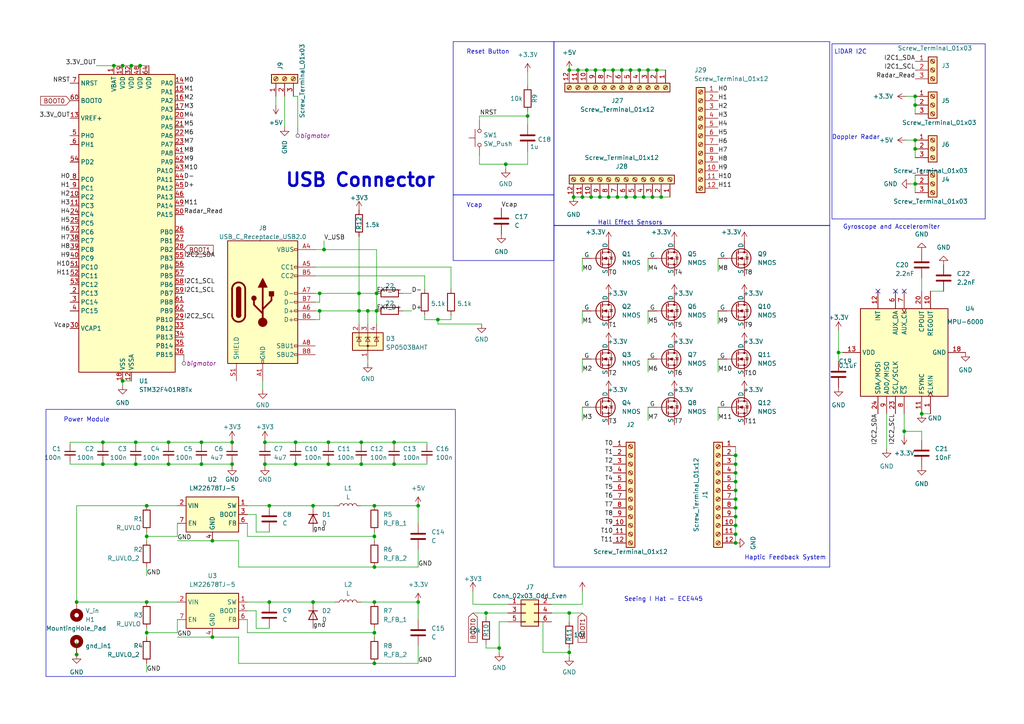
<source format=kicad_sch>
(kicad_sch (version 20230121) (generator eeschema)
  (paper "A4")
  (junction (at 90.805 174.625))
  (junction (at 173.99 57.15))
  (junction (at 165.1 177.8))
  (junction (at 22.225 174.625))
  (junction (at 213.36 157.48))
  (junction (at 166.37 57.15))
  (junction (at 92.71 85.09))
  (junction (at 35.56 110.49))
  (junction (at 189.23 57.15))
  (junction (at 90.805 146.685))
  (junction (at 67.31 128.27))
  (junction (at 184.15 57.15))
  (junction (at 38.1 19.05))
  (junction (at 39.37 134.62))
  (junction (at 179.07 57.15))
  (junction (at 104.14 85.09))
  (junction (at 213.36 139.7))
  (junction (at 167.64 20.32))
  (junction (at 127 92.71))
  (junction (at 153.035 33.655))
  (junction (at 76.835 128.27))
  (junction (at 42.545 155.575))
  (junction (at 58.42 128.27))
  (junction (at 42.545 183.515))
  (junction (at 78.105 174.625))
  (junction (at 78.105 146.685))
  (junction (at 104.14 90.17))
  (junction (at 265.43 40.64))
  (junction (at 42.545 146.685))
  (junction (at 186.69 57.15))
  (junction (at 109.22 85.09))
  (junction (at 140.97 177.8))
  (junction (at 58.42 134.62))
  (junction (at 190.5 20.32))
  (junction (at 187.96 20.32))
  (junction (at 181.61 57.15))
  (junction (at 92.71 90.17))
  (junction (at 109.22 90.17))
  (junction (at 114.3 128.27))
  (junction (at 106.68 90.17))
  (junction (at 48.895 134.62))
  (junction (at 85.725 128.27))
  (junction (at 121.285 146.685))
  (junction (at 213.36 149.86))
  (junction (at 121.285 174.625))
  (junction (at 146.685 47.625))
  (junction (at 177.8 20.32))
  (junction (at 265.43 27.94))
  (junction (at 39.37 128.27))
  (junction (at 108.585 192.405))
  (junction (at 85.725 134.62))
  (junction (at 176.53 57.15))
  (junction (at 213.36 147.32))
  (junction (at 191.77 57.15))
  (junction (at 108.585 183.515))
  (junction (at 180.34 20.32))
  (junction (at 213.36 134.62))
  (junction (at 61.595 156.845))
  (junction (at 267.335 120.015))
  (junction (at 243.205 102.235))
  (junction (at 213.36 132.08))
  (junction (at 40.64 19.05))
  (junction (at 165.1 189.23))
  (junction (at 108.585 155.575))
  (junction (at 144.78 187.96))
  (junction (at 172.72 20.32))
  (junction (at 93.98 72.39))
  (junction (at 213.36 144.78))
  (junction (at 213.36 152.4))
  (junction (at 22.225 189.865))
  (junction (at 213.36 137.16))
  (junction (at 165.1 20.32))
  (junction (at 213.36 142.24))
  (junction (at 108.585 174.625))
  (junction (at 168.91 57.15))
  (junction (at 35.56 19.05))
  (junction (at 104.775 128.27))
  (junction (at 182.88 20.32))
  (junction (at 114.3 134.62))
  (junction (at 104.775 134.62))
  (junction (at 265.43 43.18))
  (junction (at 67.31 134.62))
  (junction (at 61.595 184.785))
  (junction (at 108.585 164.465))
  (junction (at 48.895 128.27))
  (junction (at 29.845 134.62))
  (junction (at 171.45 57.15))
  (junction (at 265.43 53.34))
  (junction (at 108.585 146.685))
  (junction (at 262.255 125.095))
  (junction (at 95.25 128.27))
  (junction (at 170.18 20.32))
  (junction (at 213.36 154.94))
  (junction (at 29.845 128.27))
  (junction (at 175.26 20.32))
  (junction (at 76.835 134.62))
  (junction (at 95.25 134.62))
  (junction (at 265.43 30.48))
  (junction (at 33.02 19.05))
  (junction (at 185.42 20.32))
  (junction (at 42.545 174.625))
  (no_connect (at 262.255 84.455))
  (no_connect (at 259.715 84.455))
  (no_connect (at 254.635 84.455))
  (wire (pts (xy 67.31 128.27) (xy 58.42 128.27)))
  (wire (pts (xy 67.31 134.62) (xy 67.31 133.985)))
  (wire (pts (xy 85.725 128.27) (xy 95.25 128.27)))
  (wire (pts (xy 92.71 85.09) (xy 104.14 85.09)))
  (wire (pts (xy 168.91 74.93) (xy 168.91 78.74)))
  (wire (pts (xy 78.105 154.305) (xy 74.295 154.305)))
  (wire (pts (xy 267.335 120.015) (xy 269.875 120.015)))
  (wire (pts (xy 48.895 128.905) (xy 48.895 128.27)))
  (wire (pts (xy 104.775 174.625) (xy 108.585 174.625)))
  (wire (pts (xy 121.285 146.685) (xy 121.285 151.765)))
  (wire (pts (xy 108.585 146.685) (xy 121.285 146.685)))
  (wire (pts (xy 262.89 27.94) (xy 265.43 27.94)))
  (wire (pts (xy 109.22 72.39) (xy 109.22 85.09)))
  (wire (pts (xy 140.97 186.69) (xy 140.97 187.96)))
  (wire (pts (xy 139.065 34.925) (xy 139.065 33.655)))
  (wire (pts (xy 208.28 74.93) (xy 208.28 78.74)))
  (wire (pts (xy 29.845 128.27) (xy 20.32 128.27)))
  (wire (pts (xy 157.48 189.23) (xy 165.1 189.23)))
  (wire (pts (xy 179.07 57.15) (xy 181.61 57.15)))
  (wire (pts (xy 146.685 47.625) (xy 146.685 48.895)))
  (wire (pts (xy 92.71 90.17) (xy 104.14 90.17)))
  (wire (pts (xy 153.035 47.625) (xy 146.685 47.625)))
  (wire (pts (xy 82.55 36.83) (xy 82.55 27.94)))
  (wire (pts (xy 104.775 134.62) (xy 114.3 134.62)))
  (wire (pts (xy 140.97 187.96) (xy 144.78 187.96)))
  (wire (pts (xy 186.69 57.15) (xy 189.23 57.15)))
  (wire (pts (xy 20.32 128.27) (xy 20.32 128.905)))
  (wire (pts (xy 40.64 19.05) (xy 43.18 19.05)))
  (wire (pts (xy 91.44 72.39) (xy 93.98 72.39)))
  (wire (pts (xy 76.835 135.255) (xy 76.835 134.62)))
  (wire (pts (xy 95.25 133.985) (xy 95.25 134.62)))
  (wire (pts (xy 153.035 33.655) (xy 153.035 36.195)))
  (wire (pts (xy 106.68 104.14) (xy 106.68 105.41)))
  (wire (pts (xy 262.89 40.64) (xy 265.43 40.64)))
  (wire (pts (xy 208.28 90.17) (xy 208.28 93.98)))
  (wire (pts (xy 267.335 80.645) (xy 267.335 84.455)))
  (wire (pts (xy 139.065 45.085) (xy 139.065 47.625)))
  (wire (pts (xy 123.825 134.62) (xy 123.825 133.985)))
  (wire (pts (xy 22.225 146.685) (xy 42.545 146.685)))
  (wire (pts (xy 39.37 133.985) (xy 39.37 134.62)))
  (wire (pts (xy 51.435 156.845) (xy 61.595 156.845)))
  (wire (pts (xy 243.205 102.235) (xy 244.475 102.235)))
  (wire (pts (xy 76.835 128.27) (xy 76.835 128.905)))
  (wire (pts (xy 69.215 192.405) (xy 69.215 184.785)))
  (wire (pts (xy 67.31 128.27) (xy 67.31 128.905)))
  (wire (pts (xy 265.43 30.48) (xy 265.43 33.02)))
  (wire (pts (xy 123.825 128.27) (xy 123.825 128.905)))
  (wire (pts (xy 42.545 183.515) (xy 42.545 184.785)))
  (wire (pts (xy 114.3 133.985) (xy 114.3 134.62)))
  (wire (pts (xy 137.16 177.8) (xy 140.97 177.8)))
  (wire (pts (xy 91.44 92.71) (xy 92.71 92.71)))
  (wire (pts (xy 48.895 128.27) (xy 39.37 128.27)))
  (wire (pts (xy 91.44 77.47) (xy 130.81 77.47)))
  (wire (pts (xy 42.545 183.515) (xy 51.435 183.515)))
  (wire (pts (xy 108.585 174.625) (xy 121.285 174.625)))
  (wire (pts (xy 153.035 43.815) (xy 153.035 47.625)))
  (wire (pts (xy 76.835 134.62) (xy 85.725 134.62)))
  (wire (pts (xy 104.775 133.985) (xy 104.775 134.62)))
  (wire (pts (xy 127 92.71) (xy 127 93.98)))
  (wire (pts (xy 165.1 189.23) (xy 165.1 190.5)))
  (wire (pts (xy 121.285 187.325) (xy 121.285 192.405)))
  (wire (pts (xy 74.295 149.225) (xy 71.755 149.225)))
  (wire (pts (xy 265.43 50.8) (xy 265.43 53.34)))
  (wire (pts (xy 208.28 104.14) (xy 208.28 107.95)))
  (wire (pts (xy 108.585 182.245) (xy 108.585 183.515)))
  (wire (pts (xy 182.88 20.32) (xy 185.42 20.32)))
  (wire (pts (xy 208.28 118.11) (xy 208.28 121.92)))
  (wire (pts (xy 74.295 182.245) (xy 74.295 177.165)))
  (wire (pts (xy 39.37 134.62) (xy 29.845 134.62)))
  (wire (pts (xy 42.545 164.465) (xy 42.545 167.005)))
  (wire (pts (xy 95.25 128.905) (xy 95.25 128.27)))
  (wire (pts (xy 185.42 20.32) (xy 187.96 20.32)))
  (wire (pts (xy 39.37 128.27) (xy 29.845 128.27)))
  (wire (pts (xy 173.99 57.15) (xy 176.53 57.15)))
  (wire (pts (xy 74.295 177.165) (xy 71.755 177.165)))
  (wire (pts (xy 168.91 118.11) (xy 168.91 121.92)))
  (wire (pts (xy 127 93.98) (xy 139.7 93.98)))
  (wire (pts (xy 130.81 77.47) (xy 130.81 83.82)))
  (wire (pts (xy 78.105 182.245) (xy 74.295 182.245)))
  (wire (pts (xy 160.02 180.34) (xy 157.48 180.34)))
  (wire (pts (xy 22.225 186.055) (xy 22.225 189.865)))
  (wire (pts (xy 39.37 128.905) (xy 39.37 128.27)))
  (wire (pts (xy 42.545 192.405) (xy 42.545 194.945)))
  (wire (pts (xy 104.14 85.09) (xy 104.14 90.17)))
  (wire (pts (xy 144.78 180.34) (xy 147.32 180.34)))
  (wire (pts (xy 265.43 27.94) (xy 265.43 30.48)))
  (wire (pts (xy 67.31 134.62) (xy 58.42 134.62)))
  (wire (pts (xy 33.02 19.05) (xy 35.56 19.05)))
  (wire (pts (xy 137.16 175.26) (xy 137.16 171.45)))
  (wire (pts (xy 71.755 183.515) (xy 108.585 183.515)))
  (wire (pts (xy 160.02 177.8) (xy 165.1 177.8)))
  (wire (pts (xy 69.215 164.465) (xy 69.215 156.845)))
  (wire (pts (xy 108.585 154.305) (xy 108.585 155.575)))
  (wire (pts (xy 213.36 144.78) (xy 213.36 142.24)))
  (wire (pts (xy 165.1 177.8) (xy 168.91 177.8)))
  (wire (pts (xy 22.225 174.625) (xy 42.545 174.625)))
  (wire (pts (xy 123.19 91.44) (xy 123.19 92.71)))
  (wire (pts (xy 139.065 47.625) (xy 146.685 47.625)))
  (wire (pts (xy 116.84 90.17) (xy 119.38 90.17)))
  (wire (pts (xy 104.775 128.905) (xy 104.775 128.27)))
  (wire (pts (xy 257.175 120.015) (xy 257.175 130.175)))
  (wire (pts (xy 86.36 36.83) (xy 86.36 27.94)))
  (wire (pts (xy 121.285 174.625) (xy 121.285 179.705)))
  (wire (pts (xy 114.3 128.905) (xy 114.3 128.27)))
  (wire (pts (xy 144.78 180.34) (xy 144.78 187.96)))
  (wire (pts (xy 93.98 72.39) (xy 93.98 69.85)))
  (wire (pts (xy 85.725 134.62) (xy 95.25 134.62)))
  (wire (pts (xy 108.585 192.405) (xy 121.285 192.405)))
  (wire (pts (xy 93.98 72.39) (xy 109.22 72.39)))
  (wire (pts (xy 140.97 177.8) (xy 140.97 179.07)))
  (wire (pts (xy 130.81 92.71) (xy 127 92.71)))
  (wire (pts (xy 58.42 133.985) (xy 58.42 134.62)))
  (wire (pts (xy 262.255 125.095) (xy 262.255 126.365)))
  (wire (pts (xy 264.16 53.34) (xy 265.43 53.34)))
  (wire (pts (xy 166.37 57.15) (xy 168.91 57.15)))
  (wire (pts (xy 265.43 53.34) (xy 265.43 55.88)))
  (wire (pts (xy 86.36 27.94) (xy 85.09 27.94)))
  (wire (pts (xy 213.36 137.16) (xy 213.36 134.62)))
  (wire (pts (xy 58.42 134.62) (xy 48.895 134.62)))
  (wire (pts (xy 95.25 128.27) (xy 104.775 128.27)))
  (wire (pts (xy 90.805 146.685) (xy 97.155 146.685)))
  (wire (pts (xy 91.44 80.01) (xy 123.19 80.01)))
  (wire (pts (xy 61.595 184.785) (xy 69.215 184.785)))
  (wire (pts (xy 153.035 32.385) (xy 153.035 33.655)))
  (wire (pts (xy 213.36 134.62) (xy 213.36 132.08)))
  (wire (pts (xy 106.68 90.17) (xy 106.68 93.98)))
  (wire (pts (xy 177.8 20.32) (xy 180.34 20.32)))
  (wire (pts (xy 48.895 134.62) (xy 39.37 134.62)))
  (wire (pts (xy 71.755 179.705) (xy 71.755 183.515)))
  (wire (pts (xy 213.36 152.4) (xy 213.36 149.86)))
  (wire (pts (xy 147.32 177.8) (xy 140.97 177.8)))
  (wire (pts (xy 108.585 183.515) (xy 108.585 184.785)))
  (wire (pts (xy 90.805 174.625) (xy 97.155 174.625)))
  (wire (pts (xy 184.15 57.15) (xy 186.69 57.15)))
  (wire (pts (xy 29.845 128.905) (xy 29.845 128.27)))
  (wire (pts (xy 42.545 154.305) (xy 42.545 155.575)))
  (wire (pts (xy 123.19 92.71) (xy 127 92.71)))
  (wire (pts (xy 71.755 155.575) (xy 108.585 155.575)))
  (wire (pts (xy 114.3 128.27) (xy 123.825 128.27)))
  (wire (pts (xy 187.96 74.93) (xy 187.96 78.74)))
  (wire (pts (xy 213.36 142.24) (xy 213.36 139.7)))
  (wire (pts (xy 71.755 151.765) (xy 71.755 155.575)))
  (wire (pts (xy 76.835 134.62) (xy 76.835 133.985)))
  (wire (pts (xy 67.31 135.255) (xy 67.31 134.62)))
  (wire (pts (xy 80.01 27.94) (xy 80.01 30.48)))
  (wire (pts (xy 42.545 182.245) (xy 42.545 183.515)))
  (wire (pts (xy 243.205 102.235) (xy 243.205 104.775)))
  (wire (pts (xy 262.255 120.015) (xy 262.255 125.095)))
  (wire (pts (xy 213.36 132.08) (xy 213.36 129.54)))
  (wire (pts (xy 76.835 128.27) (xy 85.725 128.27)))
  (wire (pts (xy 181.61 57.15) (xy 184.15 57.15)))
  (wire (pts (xy 71.755 174.625) (xy 78.105 174.625)))
  (wire (pts (xy 67.31 127.635) (xy 67.31 128.27)))
  (wire (pts (xy 78.105 174.625) (xy 90.805 174.625)))
  (wire (pts (xy 104.14 85.09) (xy 109.22 85.09)))
  (wire (pts (xy 29.845 133.985) (xy 29.845 134.62)))
  (wire (pts (xy 213.36 154.94) (xy 213.36 152.4)))
  (wire (pts (xy 76.2 110.49) (xy 76.2 113.03)))
  (wire (pts (xy 168.91 90.17) (xy 168.91 93.98)))
  (wire (pts (xy 91.44 85.09) (xy 92.71 85.09)))
  (wire (pts (xy 104.775 128.27) (xy 114.3 128.27)))
  (wire (pts (xy 187.96 20.32) (xy 190.5 20.32)))
  (wire (pts (xy 42.545 155.575) (xy 51.435 155.575)))
  (wire (pts (xy 104.775 146.685) (xy 108.585 146.685)))
  (wire (pts (xy 190.5 20.32) (xy 193.04 20.32)))
  (wire (pts (xy 153.035 20.955) (xy 153.035 24.765)))
  (wire (pts (xy 74.295 154.305) (xy 74.295 149.225)))
  (wire (pts (xy 137.16 175.26) (xy 147.32 175.26)))
  (wire (pts (xy 165.1 20.32) (xy 167.64 20.32)))
  (wire (pts (xy 187.96 118.11) (xy 187.96 121.92)))
  (wire (pts (xy 109.22 90.17) (xy 106.68 90.17)))
  (wire (pts (xy 20.32 134.62) (xy 20.32 133.985)))
  (wire (pts (xy 123.19 80.01) (xy 123.19 83.82)))
  (wire (pts (xy 48.895 133.985) (xy 48.895 134.62)))
  (wire (pts (xy 22.225 174.625) (xy 22.225 146.685)))
  (wire (pts (xy 91.44 90.17) (xy 92.71 90.17)))
  (wire (pts (xy 175.26 20.32) (xy 177.8 20.32)))
  (wire (pts (xy 51.435 184.785) (xy 61.595 184.785)))
  (wire (pts (xy 165.1 187.96) (xy 165.1 189.23)))
  (wire (pts (xy 92.71 87.63) (xy 92.71 85.09)))
  (wire (pts (xy 69.215 164.465) (xy 108.585 164.465)))
  (wire (pts (xy 29.845 134.62) (xy 20.32 134.62)))
  (wire (pts (xy 189.23 57.15) (xy 191.77 57.15)))
  (wire (pts (xy 69.215 192.405) (xy 108.585 192.405)))
  (wire (pts (xy 51.435 155.575) (xy 51.435 151.765)))
  (wire (pts (xy 191.77 57.15) (xy 194.31 57.15)))
  (wire (pts (xy 167.64 20.32) (xy 170.18 20.32)))
  (wire (pts (xy 35.56 110.49) (xy 38.1 110.49)))
  (wire (pts (xy 116.84 85.09) (xy 119.38 85.09)))
  (wire (pts (xy 35.56 19.05) (xy 38.1 19.05)))
  (wire (pts (xy 91.44 87.63) (xy 92.71 87.63)))
  (wire (pts (xy 104.14 68.58) (xy 104.14 85.09)))
  (wire (pts (xy 104.14 90.17) (xy 106.68 90.17)))
  (wire (pts (xy 172.72 20.32) (xy 175.26 20.32)))
  (wire (pts (xy 121.285 159.385) (xy 121.285 164.465)))
  (wire (pts (xy 180.34 20.32) (xy 182.88 20.32)))
  (wire (pts (xy 85.725 128.905) (xy 85.725 128.27)))
  (wire (pts (xy 51.435 183.515) (xy 51.435 179.705)))
  (wire (pts (xy 168.91 175.26) (xy 168.91 171.45)))
  (wire (pts (xy 35.56 110.49) (xy 35.56 111.76)))
  (wire (pts (xy 168.91 104.14) (xy 168.91 107.95)))
  (wire (pts (xy 262.255 125.095) (xy 267.335 125.095)))
  (wire (pts (xy 213.36 157.48) (xy 213.36 154.94)))
  (wire (pts (xy 38.1 19.05) (xy 40.64 19.05)))
  (wire (pts (xy 114.3 134.62) (xy 123.825 134.62)))
  (wire (pts (xy 42.545 146.685) (xy 51.435 146.685)))
  (wire (pts (xy 108.585 155.575) (xy 108.585 156.845)))
  (wire (pts (xy 265.43 43.18) (xy 265.43 40.64)))
  (wire (pts (xy 176.53 57.15) (xy 179.07 57.15)))
  (wire (pts (xy 187.96 90.17) (xy 187.96 93.98)))
  (wire (pts (xy 78.105 146.685) (xy 90.805 146.685)))
  (wire (pts (xy 139.065 33.655) (xy 153.035 33.655)))
  (wire (pts (xy 109.22 85.09) (xy 109.22 90.17)))
  (wire (pts (xy 85.725 133.985) (xy 85.725 134.62)))
  (wire (pts (xy 71.755 146.685) (xy 78.105 146.685)))
  (wire (pts (xy 108.585 164.465) (xy 121.285 164.465)))
  (wire (pts (xy 104.14 90.17) (xy 104.14 93.98)))
  (wire (pts (xy 76.835 127.635) (xy 76.835 128.27)))
  (wire (pts (xy 187.96 104.14) (xy 187.96 107.95)))
  (wire (pts (xy 42.545 155.575) (xy 42.545 156.845)))
  (wire (pts (xy 213.36 147.32) (xy 213.36 144.78)))
  (wire (pts (xy 160.02 175.26) (xy 168.91 175.26)))
  (wire (pts (xy 61.595 156.845) (xy 69.215 156.845)))
  (wire (pts (xy 58.42 128.27) (xy 48.895 128.27)))
  (wire (pts (xy 58.42 128.905) (xy 58.42 128.27)))
  (wire (pts (xy 170.18 20.32) (xy 172.72 20.32)))
  (wire (pts (xy 165.1 177.8) (xy 165.1 180.34)))
  (wire (pts (xy 95.25 134.62) (xy 104.775 134.62)))
  (wire (pts (xy 267.335 125.095) (xy 267.335 127.635)))
  (wire (pts (xy 92.71 90.17) (xy 92.71 92.71)))
  (wire (pts (xy 171.45 57.15) (xy 173.99 57.15)))
  (wire (pts (xy 109.22 90.17) (xy 109.22 93.98)))
  (wire (pts (xy 42.545 174.625) (xy 51.435 174.625)))
  (wire (pts (xy 144.78 187.96) (xy 144.78 189.23)))
  (wire (pts (xy 265.43 43.18) (xy 265.43 45.72)))
  (wire (pts (xy 243.205 95.885) (xy 243.205 102.235)))
  (wire (pts (xy 213.36 139.7) (xy 213.36 137.16)))
  (wire (pts (xy 157.48 180.34) (xy 157.48 189.23)))
  (wire (pts (xy 168.91 57.15) (xy 171.45 57.15)))
  (wire (pts (xy 269.875 84.455) (xy 273.685 84.455)))
  (wire (pts (xy 213.36 149.86) (xy 213.36 147.32)))
  (wire (pts (xy 27.94 19.05) (xy 33.02 19.05)))
  (wire (pts (xy 130.81 91.44) (xy 130.81 92.71)))
  (rectangle (start 160.655 12.065) (end 240.665 65.405))
  (rectangle (start 241.3 12.7) (end 285.75 63.5))
  (rectangle (start 13.335 118.745) (end 132.08 196.215))
  (rectangle (start 131.445 12.065) (end 160.655 56.515))
  (rectangle (start 131.445 56.515) (end 160.655 75.565))
  (rectangle (start 160.655 65.405) (end 240.665 164.465))
  (text "Seeing I Hat - ECE445\n" (at 180.975 174.625 0) (effects (font (size 1.27 1.27)) (justify left bottom)))
  (text "Power Module\n" (at 18.415 122.555 0) (effects (font (size 1.27 1.27)) (justify left bottom)))
  (text "Haptic Feedback System" (at 215.9 162.56 0) (effects (font (size 1.27 1.27)) (justify left bottom)))
  (text "Doppler Radar\n" (at 241.3 40.64 0) (effects (font (size 1.27 1.27)) (justify left bottom)))
  (text "Reset Button\n" (at 135.255 15.875 0) (effects (font (size 1.27 1.27)) (justify left bottom)))
  (text "USB Connector" (at 82.55 54.61 0) (effects (font (size 3.81 3.81) (thickness 0.762) bold) (justify left bottom)))
  (text "LiDAR I2C" (at 241.935 15.875 0) (effects (font (size 1.27 1.27)) (justify left bottom)))
  (text "Vcap" (at 135.255 60.325 0) (effects (font (size 1.27 1.27)) (justify left bottom)))
  (text "Hall Effect Sensors" (at 173.355 65.405 0) (effects (font (size 1.27 1.27)) (justify left bottom)))
  (text "Gyroscope and Acceleromiter" (at 244.475 66.675 0) (effects (font (size 1.27 1.27)) (justify left bottom)))
  (label "I2C2_SCL" (at 259.715 120.015 270))
  (label "T2" (at 176.53 109.22 0))
  (label "H10" (at 20.32 77.47 180))
  (label "M1" (at 168.91 93.98 0))
  (label "H8" (at 208.28 46.99 0))
  (label "D+" (at 119.38 90.17 0))
  (label "I2C1_SCL" (at 53.34 82.55 0))
  (label "M10" (at 208.28 107.95 0))
  (label "M11" (at 53.34 59.69 0))
  (label "EXT_D+" (at 109.22 90.17 0))
  (label "I2C1_SDA" (at 265.43 17.78 180))
  (label "GND" (at 51.435 156.845 0))
  (label "Radar_Read" (at 53.34 62.23 0))
  (label "H9" (at 208.28 49.53 0))
  (label "M0" (at 53.34 24.13 0))
  (label "H4" (at 208.28 36.83 0))
  (label "GND" (at 121.285 192.405 0))
  (label "M7" (at 187.96 121.92 0))
  (label "GND" (at 42.545 194.945 0))
  (label "gnd" (at 90.805 182.245 0))
  (label "H1" (at 20.32 54.61 180))
  (label "M5" (at 53.34 36.83 0))
  (label "M2" (at 53.34 29.21 0))
  (label "H9" (at 20.32 74.93 180))
  (label "gnd" (at 90.805 154.305 0))
  (label "3.3V_OUT" (at 27.94 19.05 180))
  (label "T7" (at 177.8 147.32 180))
  (label "H6" (at 208.28 41.91 0))
  (label "NRST" (at 144.145 33.655 180))
  (label "M0" (at 168.91 78.74 0))
  (label "H2" (at 20.32 57.15 180))
  (label "T1" (at 177.8 132.08 180))
  (label "M2" (at 168.91 107.95 0))
  (label "M8" (at 208.28 78.74 0))
  (label "T8" (at 177.8 149.86 180))
  (label "I2C1_SCL" (at 53.34 85.09 0))
  (label "I2C2_SCL" (at 53.34 92.71 0))
  (label "T3" (at 176.53 123.19 0))
  (label "T6" (at 195.58 109.22 0))
  (label "T6" (at 177.8 144.78 180))
  (label "M4" (at 53.34 34.29 0))
  (label "M8" (at 53.34 44.45 0))
  (label "T1" (at 176.53 95.25 0))
  (label "D-" (at 119.38 85.09 0))
  (label "D+" (at 53.34 54.61 0))
  (label "GND" (at 42.545 167.005 0))
  (label "H11" (at 208.28 54.61 0))
  (label "H2" (at 208.28 31.75 0))
  (label "H3" (at 208.28 34.29 0))
  (label "T5" (at 177.8 142.24 180))
  (label "M11" (at 208.28 121.92 0))
  (label "M6" (at 187.96 107.95 0))
  (label "I2C2_SDA" (at 53.34 74.93 0))
  (label "T10" (at 215.9 109.22 0))
  (label "H11" (at 20.32 80.01 180))
  (label "M10" (at 53.34 49.53 0))
  (label "T11" (at 177.8 157.48 180))
  (label "H5" (at 208.28 39.37 0))
  (label "H6" (at 20.32 67.31 180))
  (label "H10" (at 208.28 52.07 0))
  (label "I2C1_SCL" (at 265.43 20.32 180))
  (label "M6" (at 53.34 39.37 0))
  (label "T7" (at 195.58 123.19 0))
  (label "T4" (at 195.58 80.01 0))
  (label "GND" (at 51.435 184.785 0))
  (label "Vcap" (at 145.415 60.325 0))
  (label "I2C2_SDA" (at 254.635 120.015 270))
  (label "M4" (at 187.96 78.74 0))
  (label "M3" (at 168.91 121.92 0))
  (label "H4" (at 20.32 62.23 180))
  (label "T2" (at 177.8 134.62 180))
  (label "M7" (at 53.34 41.91 0))
  (label "GND" (at 121.285 164.465 0))
  (label "T0" (at 177.8 129.54 180))
  (label "D-" (at 53.34 52.07 0))
  (label "Radar_Read" (at 265.43 22.86 180))
  (label "H3" (at 20.32 59.69 180))
  (label "H1" (at 208.28 29.21 0))
  (label "M1" (at 53.34 26.67 0))
  (label "H7" (at 20.32 69.85 180))
  (label "H8" (at 20.32 72.39 180))
  (label "V_USB" (at 93.98 69.85 0))
  (label "T10" (at 177.8 154.94 180))
  (label "T9" (at 215.9 95.25 0))
  (label "H5" (at 20.32 64.77 180))
  (label "H7" (at 208.28 44.45 0))
  (label "T0" (at 176.53 80.01 0))
  (label "T8" (at 215.9 80.01 0))
  (label "T5" (at 195.58 95.25 0))
  (label "T3" (at 177.8 137.16 180))
  (label "H0" (at 20.32 52.07 180))
  (label "Vcap" (at 20.32 95.25 180))
  (label "H0" (at 208.28 26.67 0))
  (label "M3" (at 53.34 31.75 0))
  (label "3.3V_OUT" (at 20.32 34.29 180))
  (label "M5" (at 187.96 93.98 0))
  (label "NRST" (at 20.32 24.13 180))
  (label "T9" (at 177.8 152.4 180))
  (label "EXT_D-" (at 109.22 85.09 0))
  (label "M9" (at 53.34 46.99 0))
  (label "T11" (at 215.9 123.19 0))
  (label "T4" (at 177.8 139.7 180))
  (label "M9" (at 208.28 93.98 0))
  (global_label "BOOT0" (shape input) (at 137.16 177.8 270) (property "Intersheetrefs" "${INTERSHEET_REFS}" (effects hide)))
  (global_label "BOOT1" (shape input) (at 53.34 72.39 0) (property "Intersheetrefs" "${INTERSHEET_REFS}" (effects hide)))
  (global_label "BOOT1" (shape input) (at 168.91 177.8 270) (property "Intersheetrefs" "${INTERSHEET_REFS}" (effects hide)))
  (global_label "BOOT0" (shape input) (at 20.32 29.21 180) (property "Intersheetrefs" "${INTERSHEET_REFS}" (effects hide)))
  (netclass_flag "" (length 2.54) (shape round) (at 53.34 102.87 180) (property "Netclass" "bigmotor" (at 54.0385 105.41 0) (effects (font italic) (justify left))))
  (netclass_flag "" (length 2.54) (shape round) (at 86.36 36.83 180) (property "Netclass" "bigmotor" (at 87.0585 39.37 0) (effects (font italic) (justify left))))
  (symbol (lib_id "Device:C") (at 267.335 131.445 0) (unit 1)
    (property "Reference" "C21" (at 271.145 130.175 0) (effects (justify left)))
    (property "Value" "10nF" (at 271.145 132.715 0) (effects (justify left)))
  )
  (symbol (lib_id "power:GND") (at 165.1 190.5 0) (unit 1)
    (property "Reference" "#PWR029" (effects hide))
    (property "Value" "GND" (at 165.1 194.9434 0))
  )
  (symbol (lib_id "Device:L") (at 100.965 174.625 90) (unit 1)
    (property "Reference" "L2" (at 100.965 169.545 90))
    (property "Value" "L" (at 100.965 172.085 90))
  )
  (symbol (lib_id "Device:C") (at 78.105 150.495 0) (unit 1)
    (property "Reference" "C8" (at 81.915 149.225 0) (effects (justify left)))
    (property "Value" "C" (at 81.915 151.765 0) (effects (justify left)))
    (property "Footprint" "Capacitor_SMD:C_1210_3225Metric_Pad1.33x2.70mm_HandSolder" (effects hide))
  )
  (symbol (lib_id "Regulator_Switching:LM22678TJ-5") (at 61.595 177.165 0) (unit 1)
    (property "Reference" "U3" (at 61.595 167.005 0))
    (property "Value" "LM22678TJ-5" (at 61.595 169.545 0))
    (property "Footprint" "Package_TO_SOT_SMD:TO-263-7_TabPin8" (effects hide))
    (property "Datasheet" "https://www.ti.com/lit/ds/symlink/lm22678.pdf" (effects hide))
  )
  (symbol (lib_id "Device:R") (at 42.545 178.435 0) (unit 1)
    (property "Reference" "R3" (at 38.735 178.435 0) (effects (justify left)))
    (property "Value" "R_UVLO" (at 33.655 180.975 0) (effects (justify left)))
    (property "Footprint" "Resistor_SMD:R_1210_3225Metric_Pad1.30x2.65mm_HandSolder" (effects hide))
  )
  (symbol (lib_id "power:GND") (at 139.7 93.98 0) (unit 1)
    (property "Reference" "#PWR033" (effects hide))
    (property "Value" "GND" (at 139.7 98.4234 0))
  )
  (symbol (lib_id "Simulation_SPICE:NMOS") (at 193.04 90.17 0) (unit 1)
    (property "Reference" "Q6" (at 199.39 88.9 0) (effects (justify left)))
    (property "Value" "NMOS" (at 199.39 91.44 0) (effects (justify left)))
    (property "Datasheet" "https://ngspice.sourceforge.io/docs/ngspice-manual.pdf" (effects hide))
    (property "Sim.Device" "NMOS" (effects hide))
    (property "Sim.Type" "VDMOS" (effects hide))
    (property "Sim.Pins" "1=D 2=G 3=S" (effects hide))
  )
  (symbol (lib_id "power:+5V") (at 80.01 30.48 180) (unit 1)
    (property "Reference" "#PWR038" (effects hide))
    (property "Value" "+5V" (at 80.01 35.56 0))
  )
  (symbol (lib_id "power:GND") (at 166.37 57.15 0) (mirror y) (unit 1)
    (property "Reference" "#PWR076" (effects hide))
    (property "Value" "GND" (at 166.37 62.23 0))
  )
  (symbol (lib_id "power:+3.3V") (at 215.9 99.06 0) (unit 1)
    (property "Reference" "#PWR020" (effects hide))
    (property "Value" "+3.3V" (at 218.44 99.06 0))
  )
  (symbol (lib_id "Mechanical:MountingHole_Pad") (at 22.225 177.165 180) (unit 1)
    (property "Reference" "H1" (at 24.765 179.705 0) (effects (justify right)))
    (property "Value" "V_in" (at 24.765 177.165 0) (effects (justify right)))
  )
  (symbol (lib_id "power:GND") (at 145.415 67.945 0) (unit 1)
    (property "Reference" "#PWR09" (effects hide))
    (property "Value" "GND" (at 145.415 73.025 0))
  )
  (symbol (lib_id "Device:C_Small") (at 85.725 131.445 0) (unit 1)
    (property "Reference" "C10" (at 88.265 130.175 0) (effects (justify left)))
    (property "Value" "100n" (at 88.265 132.715 0) (effects (justify left)))
    (property "Footprint" "Capacitor_SMD:C_0402_1005Metric" (effects hide))
    (property "LCSC Part #" "C1525" (effects hide))
  )
  (symbol (lib_id "basic:C") (at 153.035 40.005 0) (unit 1)
    (property "Reference" "C18" (at 155.956 40.4388 0) (effects (justify left)))
    (property "Value" "1u" (at 153.67 42.545 0) (effects (justify left)))
    (property "Footprint" "Capacitor_SMD:C_0603_1608Metric" (effects hide))
  )
  (symbol (lib_id "power:+3.3V") (at 121.285 174.625 0) (unit 1)
    (property "Reference" "#PWR08" (effects hide))
    (property "Value" "+3.3V" (at 121.285 169.545 0))
  )
  (symbol (lib_id "Device:R") (at 108.585 150.495 0) (unit 1)
    (property "Reference" "R5" (at 111.125 149.225 0) (effects (justify left)))
    (property "Value" "R_FB_1" (at 111.125 151.765 0) (effects (justify left)))
    (property "Footprint" "Resistor_SMD:R_1210_3225Metric_Pad1.30x2.65mm_HandSolder" (effects hide))
  )
  (symbol (lib_id "Device:C_Small") (at 39.37 131.445 0) (mirror y) (unit 1)
    (property "Reference" "C3" (at 36.83 130.175 0) (effects (justify left)))
    (property "Value" "100n" (at 36.83 132.715 0) (effects (justify left)))
    (property "Footprint" "Capacitor_SMD:C_0402_1005Metric" (effects hide))
    (property "LCSC Part #" "C1525" (effects hide))
  )
  (symbol (lib_id "power:GND") (at 280.035 102.235 0) (unit 1)
    (property "Reference" "#PWR074" (effects hide))
    (property "Value" "GND" (at 280.035 107.315 0))
  )
  (symbol (lib_id "basic:R") (at 165.1 184.15 0) (unit 1)
    (property "Reference" "R11" (at 165.1 184.15 90))
    (property "Value" "10k" (at 166.37 184.15 0) (effects (justify left)))
    (property "Footprint" "Resistor_SMD:R_0603_1608Metric" (effects hide))
  )
  (symbol (lib_id "Device:C_Small") (at 114.3 131.445 0) (unit 1)
    (property "Reference" "C13" (at 116.84 130.175 0) (effects (justify left)))
    (property "Value" "100n" (at 116.84 132.715 0) (effects (justify left)))
    (property "Footprint" "Capacitor_SMD:C_0402_1005Metric" (effects hide))
    (property "LCSC Part #" "C1525" (effects hide))
  )
  (symbol (lib_id "Switch:SW_Push") (at 139.065 40.005 90) (unit 1)
    (property "Reference" "SW1" (at 140.208 39.1703 90) (effects (justify right)))
    (property "Value" "SW_Push" (at 140.208 41.7072 90) (effects (justify right)))
    (property "Footprint" "Button_Switch_SMD:SW_SPST_B3S-1000" (effects hide))
    (property "Datasheet" "https://www.digikey.com/en/products/detail/omron-electronics-inc-emc-div/B3S-1000/20686" (effects hide))
  )
  (symbol (lib_id "Device:C") (at 121.285 155.575 0) (unit 1)
    (property "Reference" "C14" (at 125.095 154.305 0) (effects (justify left)))
    (property "Value" "C" (at 125.095 156.845 0) (effects (justify left)))
  )
  (symbol (lib_id "Simulation_SPICE:NMOS") (at 213.36 118.11 0) (unit 1)
    (property "Reference" "Q12" (at 219.71 116.84 0) (effects (justify left)))
    (property "Value" "NMOS" (at 219.71 119.38 0) (effects (justify left)))
    (property "Datasheet" "https://ngspice.sourceforge.io/docs/ngspice-manual.pdf" (effects hide))
    (property "Sim.Device" "NMOS" (effects hide))
    (property "Sim.Type" "VDMOS" (effects hide))
    (property "Sim.Pins" "1=D 2=G 3=S" (effects hide))
  )
  (symbol (lib_id "Device:R") (at 108.585 160.655 0) (unit 1)
    (property "Reference" "R6" (at 111.125 159.385 0) (effects (justify left)))
    (property "Value" "R_FB_2" (at 111.125 161.925 0) (effects (justify left)))
    (property "Footprint" "Resistor_SMD:R_1210_3225Metric_Pad1.30x2.65mm_HandSolder" (effects hide))
  )
  (symbol (lib_id "power:+3V3") (at 137.16 171.45 0) (unit 1)
    (property "Reference" "#PWR02" (effects hide))
    (property "Value" "+3V3" (at 137.16 167.8742 0))
  )
  (symbol (lib_id "power:+3.3V") (at 195.58 99.06 0) (unit 1)
    (property "Reference" "#PWR016" (effects hide))
    (property "Value" "+3.3V" (at 198.12 99.06 0))
  )
  (symbol (lib_id "power:+3.3V") (at 176.53 113.03 0) (unit 1)
    (property "Reference" "#PWR023" (effects hide))
    (property "Value" "+3.3V" (at 179.07 113.03 0))
  )
  (symbol (lib_id "power:+3.3V") (at 215.9 69.85 0) (unit 1)
    (property "Reference" "#PWR018" (effects hide))
    (property "Value" "+3.3V" (at 212.09 67.31 0))
  )
  (symbol (lib_id "power:GND") (at 146.685 48.895 0) (unit 1)
    (property "Reference" "#PWR010" (effects hide))
    (property "Value" "GND" (at 146.685 53.3384 0))
  )
  (symbol (lib_id "Device:C_Small") (at 67.31 131.445 0) (mirror y) (unit 1)
    (property "Reference" "C6" (at 64.77 130.175 0) (effects (justify left)))
    (property "Value" "4u7" (at 64.77 132.715 0) (effects (justify left)))
    (property "Footprint" "Capacitor_SMD:C_0603_1608Metric" (effects hide))
    (property "LCSC Part #" "C19666" (effects hide))
  )
  (symbol (lib_id "power:+3.3V") (at 215.9 85.09 0) (unit 1)
    (property "Reference" "#PWR019" (effects hide))
    (property "Value" "+3.3V" (at 218.44 85.09 0))
  )
  (symbol (lib_id "basic:R") (at 123.19 87.63 0) (unit 1)
    (property "Reference" "R15" (effects hide))
    (property "Value" "5.1k" (at 124.968 88.0638 0) (effects (justify left)))
    (property "Footprint" "Resistor_SMD:R_0603_1608Metric" (effects hide))
  )
  (symbol (lib_id "Device:R") (at 42.545 188.595 0) (unit 1)
    (property "Reference" "R4" (at 38.735 187.325 0) (effects (justify left)))
    (property "Value" "R_UVLO_2" (at 31.115 189.865 0) (effects (justify left)))
    (property "Footprint" "Resistor_SMD:R_1210_3225Metric_Pad1.30x2.65mm_HandSolder" (effects hide))
  )
  (symbol (lib_id "Device:C_Small") (at 76.835 131.445 0) (unit 1)
    (property "Reference" "C7" (at 79.375 130.175 0) (effects (justify left)))
    (property "Value" "4u7" (at 79.375 132.715 0) (effects (justify left)))
    (property "Footprint" "Capacitor_SMD:C_0603_1608Metric" (effects hide))
    (property "LCSC Part #" "C19666" (effects hide))
  )
  (symbol (lib_id "Simulation_SPICE:NMOS") (at 213.36 74.93 0) (unit 1)
    (property "Reference" "Q9" (at 219.71 73.66 0) (effects (justify left)))
    (property "Value" "NMOS" (at 219.71 76.2 0) (effects (justify left)))
    (property "Datasheet" "https://ngspice.sourceforge.io/docs/ngspice-manual.pdf" (effects hide))
    (property "Sim.Device" "NMOS" (effects hide))
    (property "Sim.Type" "VDMOS" (effects hide))
    (property "Sim.Pins" "1=D 2=G 3=S" (effects hide))
  )
  (symbol (lib_id "Simulation_SPICE:NMOS") (at 193.04 74.93 0) (unit 1)
    (property "Reference" "Q5" (at 199.39 73.66 0) (effects (justify left)))
    (property "Value" "NMOS" (at 199.39 76.2 0) (effects (justify left)))
    (property "Datasheet" "https://ngspice.sourceforge.io/docs/ngspice-manual.pdf" (effects hide))
    (property "Sim.Device" "NMOS" (effects hide))
    (property "Sim.Type" "VDMOS" (effects hide))
    (property "Sim.Pins" "1=D 2=G 3=S" (effects hide))
  )
  (symbol (lib_id "Simulation_SPICE:NMOS") (at 193.04 104.14 0) (unit 1)
    (property "Reference" "Q7" (at 199.39 102.87 0) (effects (justify left)))
    (property "Value" "NMOS" (at 199.39 105.41 0) (effects (justify left)))
    (property "Datasheet" "https://ngspice.sourceforge.io/docs/ngspice-manual.pdf" (effects hide))
    (property "Sim.Device" "NMOS" (effects hide))
    (property "Sim.Type" "VDMOS" (effects hide))
    (property "Sim.Pins" "1=D 2=G 3=S" (effects hide))
  )
  (symbol (lib_id "Connector:Screw_Terminal_01x12") (at 203.2 39.37 0) (mirror y) (unit 1)
    (property "Reference" "J29" (at 203.2 20.32 0))
    (property "Value" "Screw_Terminal_01x12" (at 212.09 22.86 0))
  )
  (symbol (lib_id "Device:C_Small") (at 104.775 131.445 0) (unit 1)
    (property "Reference" "C12" (at 107.315 130.175 0) (effects (justify left)))
    (property "Value" "100n" (at 107.315 132.715 0) (effects (justify left)))
    (property "Footprint" "Capacitor_SMD:C_0402_1005Metric" (effects hide))
    (property "LCSC Part #" "C1525" (effects hide))
  )
  (symbol (lib_id "power:+3.3V") (at 176.53 69.85 0) (unit 1)
    (property "Reference" "#PWR013" (effects hide))
    (property "Value" "+3.3V" (at 172.72 67.31 0))
  )
  (symbol (lib_id "Mechanical:MountingHole_Pad") (at 22.225 187.325 0) (mirror y) (unit 1)
    (property "Reference" "gnd_in1" (at 24.765 187.325 0) (effects (justify right)))
    (property "Value" "MountingHole_Pad" (at 13.335 182.245 0) (effects (justify right)))
  )
  (symbol (lib_id "Connector:USB_C_Receptacle_USB2.0") (at 76.2 87.63 0) (unit 1)
    (property "Reference" "J8" (at 76.2 66.1502 0))
    (property "Value" "USB_C_Receptacle_USB2.0" (at 76.2 68.6871 0))
    (property "Footprint" "Connector_USB:USB_C_Receptacle_Amphenol_12401610E4-2A_CircularHoles" (effects hide))
    (property "Datasheet" "https://www.digikey.com/en/products/detail/amphenol-cs-commercial-products/12401610E4-2A/5775519" (effects hide))
  )
  (symbol (lib_id "Connector:Screw_Terminal_01x03") (at 270.51 43.18 0) (unit 1)
    (property "Reference" "J6" (at 273.05 41.91 0) (effects (justify left)))
    (property "Value" "Screw_Terminal_01x03" (at 259.08 49.53 0) (effects (justify left)))
  )
  (symbol (lib_id "power:+5V") (at 262.89 40.64 90) (unit 1)
    (property "Reference" "#PWR027" (effects hide))
    (property "Value" "+5V" (at 259.08 40.64 90) (effects (justify left)))
  )
  (symbol (lib_id "power:GND") (at 35.56 111.76 0) (unit 1)
    (property "Reference" "#PWR031" (effects hide))
    (property "Value" "GND" (at 35.56 116.84 0))
  )
  (symbol (lib_id "power:GND") (at 76.835 135.255 0) (unit 1)
    (property "Reference" "#PWR06" (effects hide))
    (property "Value" "GND" (at 76.835 139.065 0))
  )
  (symbol (lib_id "Device:D") (at 90.805 150.495 90) (mirror x) (unit 1)
    (property "Reference" "D1" (at 93.345 149.225 90) (effects (justify right)))
    (property "Value" "D" (at 93.345 151.765 90) (effects (justify right)))
    (property "Sim.Device" "D" (effects hide))
    (property "Sim.Pins" "1=K 2=A" (effects hide))
  )
  (symbol (lib_id "power:GND") (at 264.16 53.34 270) (unit 1)
    (property "Reference" "#PWR025" (effects hide))
    (property "Value" "GND" (at 260.35 53.34 90) (effects (justify right)))
  )
  (symbol (lib_id "Device:C_Small") (at 95.25 131.445 0) (unit 1)
    (property "Reference" "C11" (at 97.79 130.175 0) (effects (justify left)))
    (property "Value" "100n" (at 97.79 132.715 0) (effects (justify left)))
    (property "Footprint" "Capacitor_SMD:C_0402_1005Metric" (effects hide))
    (property "LCSC Part #" "C1525" (effects hide))
  )
  (symbol (lib_id "power:+3V3") (at 104.14 60.96 0) (unit 1)
    (property "Reference" "#PWR032" (effects hide))
    (property "Value" "+3V3" (at 104.14 57.3842 0))
  )
  (symbol (lib_id "Connector:Screw_Terminal_01x12") (at 180.34 25.4 270) (unit 1)
    (property "Reference" "J27" (at 179.07 29.21 90))
    (property "Value" "Screw_Terminal_01x12" (at 179.07 31.75 90))
  )
  (symbol (lib_id "STM32F4_REV2-rescue:+3.3V-power") (at 76.835 127.635 0) (unit 1)
    (property "Reference" "#PWR05" (effects hide))
    (property "Value" "+5V" (at 76.835 123.825 0))
  )
  (symbol (lib_id "Device:C") (at 145.415 64.135 0) (unit 1)
    (property "Reference" "C17" (at 149.225 62.865 0) (effects (justify left)))
    (property "Value" "C" (at 149.225 65.405 0) (effects (justify left)))
  )
  (symbol (lib_id "power:+3.3V") (at 195.58 85.09 0) (unit 1)
    (property "Reference" "#PWR015" (effects hide))
    (property "Value" "+3.3V" (at 198.12 85.09 0))
  )
  (symbol (lib_id "STM32F4_REV2-rescue:+3.3V-power") (at 67.31 127.635 0) (mirror y) (unit 1)
    (property "Reference" "#PWR03" (effects hide))
    (property "Value" "+3.3V" (at 67.31 123.825 0))
  )
  (symbol (lib_id "power:+3.3V") (at 176.53 85.09 0) (unit 1)
    (property "Reference" "#PWR021" (effects hide))
    (property "Value" "+3.3V" (at 179.07 85.09 0))
  )
  (symbol (lib_id "basic:R") (at 140.97 182.88 0) (unit 1)
    (property "Reference" "R10" (at 140.97 182.88 90))
    (property "Value" "10k" (at 135.89 182.88 0) (effects (justify left)))
    (property "Footprint" "Resistor_SMD:R_0603_1608Metric" (effects hide))
  )
  (symbol (lib_id "basic:R") (at 104.14 64.77 0) (unit 1)
    (property "Reference" "R12" (at 104.14 64.77 90))
    (property "Value" "1.5k" (at 105.918 65.2038 0) (effects (justify left)))
    (property "Footprint" "Resistor_SMD:R_0603_1608Metric" (effects hide))
  )
  (symbol (lib_id "power:GND") (at 67.31 135.255 0) (mirror y) (unit 1)
    (property "Reference" "#PWR04" (effects hide))
    (property "Value" "GND" (at 67.31 139.065 0))
  )
  (symbol (lib_id "basic:R") (at 153.035 28.575 0) (unit 1)
    (property "Reference" "R9" (at 155.067 28.575 90))
    (property "Value" "10k" (at 147.955 28.575 0) (effects (justify left)))
    (property "Footprint" "Resistor_SMD:R_0603_1608Metric" (effects hide))
  )
  (symbol (lib_id "Simulation_SPICE:NMOS") (at 193.04 118.11 0) (unit 1)
    (property "Reference" "Q8" (at 199.39 116.84 0) (effects (justify left)))
    (property "Value" "NMOS" (at 199.39 119.38 0) (effects (justify left)))
    (property "Datasheet" "https://ngspice.sourceforge.io/docs/ngspice-manual.pdf" (effects hide))
    (property "Sim.Device" "NMOS" (effects hide))
    (property "Sim.Type" "VDMOS" (effects hide))
    (property "Sim.Pins" "1=D 2=G 3=S" (effects hide))
  )
  (symbol (lib_id "Device:C") (at 243.205 108.585 0) (unit 1)
    (property "Reference" "C19" (at 243.205 104.775 0) (effects (justify left)))
    (property "Value" "0.1uF" (at 243.205 106.045 0) (effects (justify left)))
  )
  (symbol (lib_id "power:+5V") (at 165.1 20.32 0) (unit 1)
    (property "Reference" "#PWR075" (effects hide))
    (property "Value" "+5V" (at 165.1 15.24 0))
  )
  (symbol (lib_id "Device:C_Small") (at 48.895 131.445 0) (mirror y) (unit 1)
    (property "Reference" "C4" (at 46.355 130.175 0) (effects (justify left)))
    (property "Value" "100n" (at 46.355 132.715 0) (effects (justify left)))
    (property "Footprint" "Capacitor_SMD:C_0402_1005Metric" (effects hide))
    (property "LCSC Part #" "C1525" (effects hide))
  )
  (symbol (lib_id "Device:C_Small") (at 123.825 131.445 0) (unit 1)
    (property "Reference" "C16" (at 126.365 130.175 0) (effects (justify left)))
    (property "Value" "100n" (at 126.365 132.715 0) (effects (justify left)))
    (property "Footprint" "Capacitor_SMD:C_0402_1005Metric" (effects hide))
    (property "LCSC Part #" "C1525" (effects hide))
  )
  (symbol (lib_id "Sensor_Motion:MPU-6000") (at 262.255 102.235 90) (unit 1)
    (property "Reference" "U4" (at 281.305 89.535 90))
    (property "Value" "MPU-6000" (at 280.035 93.345 90))
    (property "Footprint" "Sensor_Motion:InvenSense_QFN-24_4x4mm_P0.5mm" (effects hide))
    (property "Datasheet" "https://invensense.tdk.com/wp-content/uploads/2015/02/MPU-6000-Datasheet1.pdf" (effects hide))
  )
  (symbol (lib_id "Connector:Screw_Terminal_01x03") (at 270.51 30.48 0) (unit 1)
    (property "Reference" "J5" (at 273.05 29.21 0) (effects (justify left)))
    (property "Value" "Screw_Terminal_01x03" (at 261.62 35.56 0) (effects (justify left)))
  )
  (symbol (lib_id "power:GND") (at 213.36 157.48 90) (mirror x) (unit 1)
    (property "Reference" "#PWR012" (effects hide))
    (property "Value" "GND" (at 218.44 157.48 0))
  )
  (symbol (lib_id "Simulation_SPICE:NMOS") (at 213.36 104.14 0) (unit 1)
    (property "Reference" "Q11" (at 219.71 102.87 0) (effects (justify left)))
    (property "Value" "NMOS" (at 219.71 105.41 0) (effects (justify left)))
    (property "Datasheet" "https://ngspice.sourceforge.io/docs/ngspice-manual.pdf" (effects hide))
    (property "Sim.Device" "NMOS" (effects hide))
    (property "Sim.Type" "VDMOS" (effects hide))
    (property "Sim.Pins" "1=D 2=G 3=S" (effects hide))
  )
  (symbol (lib_id "Device:R") (at 42.545 160.655 0) (unit 1)
    (property "Reference" "R2" (at 38.735 159.385 0) (effects (justify left)))
    (property "Value" "R_UVLO_2" (at 31.115 161.925 0) (effects (justify left)))
    (property "Footprint" "Resistor_SMD:R_1210_3225Metric_Pad1.30x2.65mm_HandSolder" (effects hide))
  )
  (symbol (lib_id "Device:C") (at 121.285 183.515 0) (unit 1)
    (property "Reference" "C15" (at 125.095 182.245 0) (effects (justify left)))
    (property "Value" "C" (at 125.095 184.785 0) (effects (justify left)))
  )
  (symbol (lib_id "Regulator_Switching:LM22678TJ-5") (at 61.595 149.225 0) (unit 1)
    (property "Reference" "U2" (at 61.595 139.065 0))
    (property "Value" "LM22678TJ-5" (at 61.595 141.605 0))
    (property "Footprint" "Package_TO_SOT_SMD:TO-263-7_TabPin8" (effects hide))
    (property "Datasheet" "https://www.ti.com/lit/ds/symlink/lm22678.pdf" (effects hide))
  )
  (symbol (lib_id "basic:R") (at 130.81 87.63 0) (unit 1)
    (property "Reference" "R14" (effects hide))
    (property "Value" "5.1k" (at 132.588 88.0638 0) (effects (justify left)))
    (property "Footprint" "Resistor_SMD:R_0603_1608Metric" (effects hide))
  )
  (symbol (lib_id "power:+3.3V") (at 215.9 113.03 0) (unit 1)
    (property "Reference" "#PWR024" (effects hide))
    (property "Value" "+3.3V" (at 218.44 113.03 0))
  )
  (symbol (lib_id "Power_Protection:SP0503BAHT") (at 106.68 99.06 0) (unit 1)
    (property "Reference" "D3" (at 111.887 98.2253 0) (effects (justify left)))
    (property "Value" "SP0503BAHT" (at 111.887 100.7622 0) (effects (justify left)))
    (property "Footprint" "Package_TO_SOT_SMD:SOT-143" (effects hide))
    (property "Datasheet" "http://www.littelfuse.com/~/media/files/littelfuse/technical%20resources/documents/data%20sheets/sp05xxba.pdf" (effects hide))
  )
  (symbol (lib_id "power:+3.3V") (at 176.53 99.06 0) (unit 1)
    (property "Reference" "#PWR022" (effects hide))
    (property "Value" "+3.3V" (at 179.07 99.06 0))
  )
  (symbol (lib_id "MCU_ST_STM32F4:STM32F401RBTx") (at 35.56 64.77 0) (unit 1)
    (property "Reference" "U1" (at 40.2941 110.49 0) (effects (justify left)))
    (property "Value" "STM32F401RBTx" (at 40.2941 113.03 0) (effects (justify left)))
    (property "Footprint" "Package_QFP:LQFP-64_10x10mm_P0.5mm" (effects hide))
    (property "Datasheet" "https://www.st.com/resource/en/datasheet/stm32f401rb.pdf" (effects hide))
  )
  (symbol (lib_id "power:GND") (at 267.335 73.025 180) (unit 1)
    (property "Reference" "#PWR067" (effects hide))
    (property "Value" "GND" (at 267.335 67.945 0))
  )
  (symbol (lib_id "power:GND") (at 267.335 120.015 0) (unit 1)
    (property "Reference" "#PWR068" (effects hide))
    (property "Value" "GND" (at 271.145 121.285 0))
  )
  (symbol (lib_id "Device:R") (at 108.585 188.595 0) (unit 1)
    (property "Reference" "R8" (at 111.125 187.325 0) (effects (justify left)))
    (property "Value" "R_FB_2" (at 111.125 189.865 0) (effects (justify left)))
    (property "Footprint" "Resistor_SMD:R_1210_3225Metric_Pad1.30x2.65mm_HandSolder" (effects hide))
  )
  (symbol (lib_id "Device:L") (at 100.965 146.685 90) (unit 1)
    (property "Reference" "L1" (at 100.965 141.605 90))
    (property "Value" "L" (at 100.965 144.145 90))
  )
  (symbol (lib_id "power:+3.3V") (at 262.89 27.94 90) (unit 1)
    (property "Reference" "#PWR026" (effects hide))
    (property "Value" "+3.3V" (at 259.08 27.94 90) (effects (justify left)))
  )
  (symbol (lib_id "power:GND") (at 106.68 105.41 0) (unit 1)
    (property "Reference" "#PWR034" (effects hide))
    (property "Value" "GND" (at 106.68 109.8534 0))
  )
  (symbol (lib_id "basic:R") (at 113.03 85.09 90) (unit 1)
    (property "Reference" "R13" (effects hide))
    (property "Value" "22" (at 113.03 82.9112 90))
    (property "Footprint" "Resistor_SMD:R_0603_1608Metric" (effects hide))
  )
  (symbol (lib_id "Device:D") (at 90.805 178.435 90) (mirror x) (unit 1)
    (property "Reference" "D2" (at 93.345 177.165 90) (effects (justify right)))
    (property "Value" "D" (at 93.345 179.705 90) (effects (justify right)))
    (property "Sim.Device" "D" (effects hide))
    (property "Sim.Pins" "1=K 2=A" (effects hide))
  )
  (symbol (lib_id "power:GND") (at 273.685 76.835 180) (unit 1)
    (property "Reference" "#PWR073" (effects hide))
    (property "Value" "GND" (at 273.685 71.755 0))
  )
  (symbol (lib_id "Device:C") (at 273.685 80.645 0) (unit 1)
    (property "Reference" "C22" (at 277.495 79.375 0) (effects (justify left)))
    (property "Value" "2.2nF" (at 277.495 81.915 0) (effects (justify left)))
  )
  (symbol (lib_id "Connector:Screw_Terminal_01x03") (at 82.55 22.86 90) (unit 1)
    (property "Reference" "J9" (at 81.28 20.32 0) (effects (justify left)))
    (property "Value" "Screw_Terminal_01x03" (at 87.63 34.29 0) (effects (justify left)))
  )
  (symbol (lib_id "power:+3V3") (at 168.91 171.45 0) (unit 1)
    (property "Reference" "#PWR030" (effects hide))
    (property "Value" "+3V3" (effects hide))
  )
  (symbol (lib_id "Connector:Screw_Terminal_01x03") (at 270.51 20.32 0) (unit 1)
    (property "Reference" "J3" (at 273.05 19.05 0) (effects (justify left)))
    (property "Value" "Screw_Terminal_01x03" (at 260.35 13.97 0) (effects (justify left)))
  )
  (symbol (lib_id "Device:C") (at 78.105 178.435 0) (unit 1)
    (property "Reference" "C9" (at 81.915 177.165 0) (effects (justify left)))
    (property "Value" "C" (at 81.915 179.705 0) (effects (justify left)))
    (property "Footprint" "Capacitor_SMD:C_1210_3225Metric_Pad1.33x2.70mm_HandSolder" (effects hide))
  )
  (symbol (lib_id "Device:C_Small") (at 58.42 131.445 0) (mirror y) (unit 1)
    (property "Reference" "C5" (at 55.88 130.175 0) (effects (justify left)))
    (property "Value" "100n" (at 55.88 132.715 0) (effects (justify left)))
    (property "Footprint" "Capacitor_SMD:C_0402_1005Metric" (effects hide))
    (property "LCSC Part #" "C1525" (effects hide))
  )
  (symbol (lib_id "Connector:Screw_Terminal_01x12") (at 181.61 52.07 270) (mirror x) (unit 1)
    (property "Reference" "J28" (at 180.34 48.26 90))
    (property "Value" "Screw_Terminal_01x12" (at 180.34 45.72 90))
  )
  (symbol (lib_id "Device:R") (at 108.585 178.435 0) (unit 1)
    (property "Reference" "R7" (at 111.125 177.165 0) (effects (justify left)))
    (property "Value" "R_FB_1" (at 111.125 179.705 0) (effects (justify left)))
    (property "Footprint" "Resistor_SMD:R_1210_3225Metric_Pad1.30x2.65mm_HandSolder" (effects hide))
  )
  (symbol (lib_id "power:+3.3V") (at 262.255 126.365 180) (unit 1)
    (property "Reference" "#PWR066" (effects hide))
    (property "Value" "+3.3V" (at 262.255 131.445 0))
  )
  (symbol (lib_id "power:+3.3V") (at 153.035 20.955 0) (unit 1)
    (property "Reference" "#PWR011" (effects hide))
    (property "Value" "+3.3V" (at 153.035 15.875 0))
  )
  (symbol (lib_id "power:GND") (at 82.55 36.83 0) (unit 1)
    (property "Reference" "#PWR036" (effects hide))
    (property "Value" "GND" (at 82.55 40.64 90) (effects (justify right)))
  )
  (symbol (lib_id "power:GND") (at 243.205 112.395 0) (unit 1)
    (property "Reference" "#PWR061" (effects hide))
    (property "Value" "GND" (at 243.205 117.475 0))
  )
  (symbol (lib_id "power:GND") (at 267.335 135.255 0) (unit 1)
    (property "Reference" "#PWR069" (effects hide))
    (property "Value" "GND" (at 267.335 140.335 0))
  )
  (symbol (lib_id "power:GND") (at 257.175 130.175 0) (unit 1)
    (property "Reference" "#PWR063" (effects hide))
    (property "Value" "GND" (at 257.175 135.255 0))
  )
  (symbol (lib_id "Device:C_Small") (at 20.32 131.445 0) (mirror y) (unit 1)
    (property "Reference" "C1" (at 17.78 130.175 0) (effects (justify left)))
    (property "Value" "100n" (at 17.78 132.715 0) (effects (justify left)))
    (property "Footprint" "Capacitor_SMD:C_0402_1005Metric" (effects hide))
    (property "LCSC Part #" "C1525" (effects hide))
  )
  (symbol (lib_id "Simulation_SPICE:NMOS") (at 173.99 74.93 0) (unit 1)
    (property "Reference" "Q1" (at 180.34 73.66 0) (effects (justify left)))
    (property "Value" "NMOS" (at 180.34 76.2 0) (effects (justify left)))
    (property "Datasheet" "https://ngspice.sourceforge.io/docs/ngspice-manual.pdf" (effects hide))
    (property "Sim.Device" "NMOS" (effects hide))
    (property "Sim.Type" "VDMOS" (effects hide))
    (property "Sim.Pins" "1=D 2=G 3=S" (effects hide))
  )
  (symbol (lib_id "Connector:Screw_Terminal_01x12") (at 182.88 142.24 0) (unit 1)
    (property "Reference" "J2" (at 182.88 123.19 0))
    (property "Value" "Screw_Terminal_01x12" (at 182.88 160.02 0))
  )
  (symbol (lib_id "power:GND") (at 76.2 113.03 0) (unit 1)
    (property "Reference" "#PWR035" (effects hide))
    (property "Value" "GND" (at 76.2 117.4734 0))
  )
  (symbol (lib_id "power:+3.3V") (at 243.205 95.885 0) (unit 1)
    (property "Reference" "#PWR060" (effects hide))
    (property "Value" "+3.3V" (at 243.205 92.075 0))
  )
  (symbol (lib_id "basic:R") (at 113.03 90.17 270) (unit 1)
    (property "Reference" "R16" (effects hide))
    (property "Value" "22" (at 113.03 87.9912 90))
    (property "Footprint" "Resistor_SMD:R_0603_1608Metric" (effects hide))
  )
  (symbol (lib_id "Connector_Generic:Conn_02x03_Odd_Even") (at 152.4 177.8 0) (unit 1)
    (property "Reference" "J7" (at 153.67 170.2902 0))
    (property "Value" "Conn_02x03_Odd_Even" (at 153.67 172.8271 0))
    (property "Footprint" "Connector_PinSocket_2.54mm:PinSocket_2x03_P2.54mm_Vertical" (effects hide))
  )
  (symbol (lib_id "Connector:Screw_Terminal_01x03") (at 270.51 53.34 0) (unit 1)
    (property "Reference" "J4" (at 273.05 52.07 0) (effects (justify left)))
    (property "Value" "Screw_Terminal_01x03" (at 259.08 58.42 0) (effects (justify left)))
  )
  (symbol (lib_id "Device:C_Small") (at 29.845 131.445 0) (mirror y) (unit 1)
    (property "Reference" "C2" (at 27.305 130.175 0) (effects (justify left)))
    (property "Value" "100n" (at 27.305 132.715 0) (effects (justify left)))
    (property "Footprint" "Capacitor_SMD:C_0402_1005Metric" (effects hide))
    (property "LCSC Part #" "C1525" (effects hide))
  )
  (symbol (lib_id "Device:C") (at 267.335 76.835 0) (unit 1)
    (property "Reference" "C20" (at 259.715 76.835 0) (effects (justify left)))
    (property "Value" "2.2nF" (at 259.715 79.375 0) (effects (justify left)))
  )
  (symbol (lib_id "Simulation_SPICE:NMOS") (at 213.36 90.17 0) (unit 1)
    (property "Reference" "Q10" (at 219.71 88.9 0) (effects (justify left)))
    (property "Value" "NMOS" (at 219.71 91.44 0) (effects (justify left)))
    (property "Datasheet" "https://ngspice.sourceforge.io/docs/ngspice-manual.pdf" (effects hide))
    (property "Sim.Device" "NMOS" (effects hide))
    (property "Sim.Type" "VDMOS" (effects hide))
    (property "Sim.Pins" "1=D 2=G 3=S" (effects hide))
  )
  (symbol (lib_id "power:+3.3V") (at 195.58 113.03 0) (unit 1)
    (property "Reference" "#PWR017" (effects hide))
    (property "Value" "+3.3V" (at 198.12 113.03 0))
  )
  (symbol (lib_id "power:GND") (at 144.78 189.23 0) (unit 1)
    (property "Reference" "#PWR028" (effects hide))
    (property "Value" "GND" (at 144.78 193.6734 0))
  )
  (symbol (lib_id "Device:R") (at 42.545 150.495 0) (unit 1)
    (property "Reference" "R1" (at 38.735 150.495 0) (effects (justify left)))
    (property "Value" "R_UVLO" (at 33.655 153.035 0) (effects (justify left)))
    (property "Footprint" "Resistor_SMD:R_1210_3225Metric_Pad1.30x2.65mm_HandSolder" (effects hide))
  )
  (symbol (lib_id "power:+3.3V") (at 195.58 69.85 0) (unit 1)
    (property "Reference" "#PWR014" (effects hide))
    (property "Value" "+3.3V" (at 191.77 67.31 0))
  )
  (symbol (lib_id "Connector:Screw_Terminal_01x12") (at 208.28 142.24 0) (mirror y) (unit 1)
    (property "Reference" "J1" (at 204.47 143.51 90))
    (property "Value" "Screw_Terminal_01x12" (at 201.93 143.51 90))
  )
  (symbol (lib_id "power:+5V") (at 121.285 146.685 0) (unit 1)
    (property "Reference" "#PWR07" (effects hide))
    (property "Value" "+5V" (at 121.285 141.605 0))
  )
  (symbol (lib_id "Simulation_SPICE:NMOS") (at 173.99 90.17 0) (unit 1)
    (property "Reference" "Q2" (at 180.34 88.9 0) (effects (justify left)))
    (property "Value" "NMOS" (at 180.34 91.44 0) (effects (justify left)))
    (property "Datasheet" "https://ngspice.sourceforge.io/docs/ngspice-manual.pdf" (effects hide))
    (property "Sim.Device" "NMOS" (effects hide))
    (property "Sim.Type" "VDMOS" (effects hide))
    (property "Sim.Pins" "1=D 2=G 3=S" (effects hide))
  )
  (symbol (lib_id "Simulation_SPICE:NMOS") (at 173.99 104.14 0) (unit 1)
    (property "Reference" "Q3" (at 180.34 102.87 0) (effects (justify left)))
    (property "Value" "NMOS" (at 180.34 105.41 0) (effects (justify left)))
    (property "Datasheet" "https://ngspice.sourceforge.io/docs/ngspice-manual.pdf" (effects hide))
    (property "Sim.Device" "NMOS" (effects hide))
    (property "Sim.Type" "VDMOS" (effects hide))
    (property "Sim.Pins" "1=D 2=G 3=S" (effects hide))
  )
  (symbol (lib_id "Simulation_SPICE:NMOS") (at 173.99 118.11 0) (unit 1)
    (property "Reference" "Q4" (at 180.34 116.84 0) (effects (justify left)))
    (property "Value" "NMOS" (at 180.34 119.38 0) (effects (justify left)))
    (property "Datasheet" "https://ngspice.sourceforge.io/docs/ngspice-manual.pdf" (effects hide))
    (property "Sim.Device" "NMOS" (effects hide))
    (property "Sim.Type" "VDMOS" (effects hide))
    (property "Sim.Pins" "1=D 2=G 3=S" (effects hide))
  )
  (symbol (lib_id "power:GND") (at 22.225 189.865 0) (unit 1)
    (property "Reference" "#PWR01" (effects hide))
    (property "Value" "GND" (at 22.225 194.945 0))
  )
)
</source>
